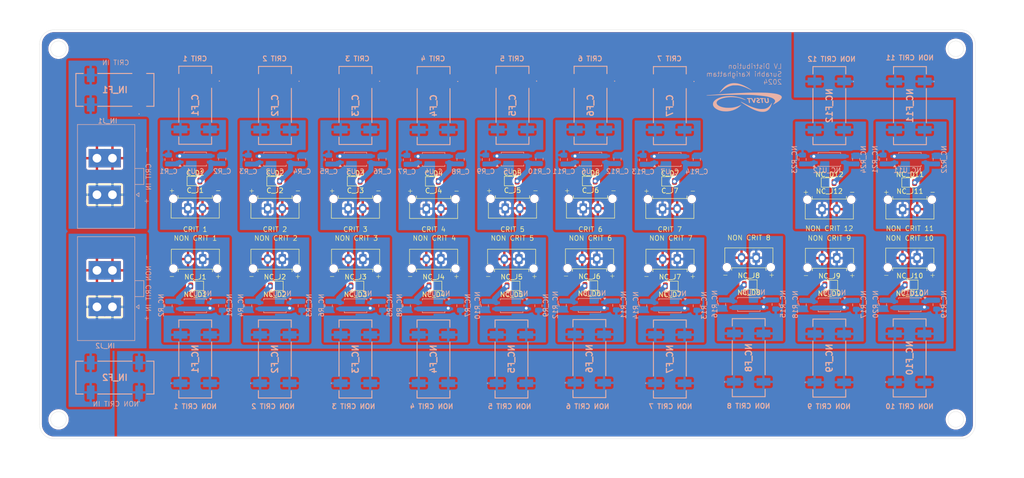
<source format=kicad_pcb>
(kicad_pcb (version 20240108) (generator "pcbnew") (generator_version "8.0")
  (layers (0 "F.Cu" signal) (31 "B.Cu" signal) (34 "B.Paste" user) (35 "F.Paste" user) (36 "B.SilkS" user "B.Silkscreen") (37 "F.SilkS" user "F.Silkscreen") (38 "B.Mask" user) (39 "F.Mask" user) (44 "Edge.Cuts" user))
  (net 0 "")
  (net 1 "GND")
  (net 2 "+12V_NON")
  (net 3 "+12V CRIT")
  (net 4 "Net-(C_D1-A)")
  (net 5 "Net-(C_D2-A)")
  (net 6 "Net-(C_D3-A)")
  (net 7 "Net-(C_D4-A)")
  (net 8 "Net-(C_D5-A)")
  (net 9 "Net-(C_D6-A)")
  (net 10 "Net-(C_D7-A)")
  (net 11 "Net-(C_J1-Pin_1)")
  (net 12 "Net-(C_J2-Pin_1)")
  (net 13 "Net-(C_J3-Pin_1)")
  (net 14 "Net-(C_J4-Pin_1)")
  (net 15 "Net-(C_J5-Pin_1)")
  (net 16 "Net-(C_J6-Pin_1)")
  (net 17 "Net-(C_J7-Pin_1)")
  (net 18 "Net-(C_R1-Pad2)")
  (net 19 "Net-(C_R3-Pad2)")
  (net 20 "Net-(C_R7-Pad2)")
  (net 21 "Net-(C_R5-Pad2)")
  (net 22 "Net-(C_R13-Pad2)")
  (net 23 "Net-(C_R9-Pad2)")
  (net 24 "Net-(C_R11-Pad2)")
  (net 25 "Net-(NC_D1-A)")
  (net 26 "Net-(NC_D2-A)")
  (net 27 "Net-(NC_D3-A)")
  (net 28 "Net-(NC_D4-A)")
  (net 29 "Net-(NC_D5-A)")
  (net 30 "Net-(NC_D6-A)")
  (net 31 "Net-(NC_D7-A)")
  (net 32 "Net-(NC_D8-A)")
  (net 33 "Net-(NC_D9-A)")
  (net 34 "Net-(NC_D10-A)")
  (net 35 "Net-(NC_D11-A)")
  (net 36 "Net-(NC_D12-A)")
  (net 37 "Net-(NC_J1-Pin_1)")
  (net 38 "Net-(NC_J2-Pin_1)")
  (net 39 "Net-(NC_J3-Pin_1)")
  (net 40 "Net-(NC_J4-Pin_1)")
  (net 41 "Net-(NC_J5-Pin_1)")
  (net 42 "Net-(NC_J6-Pin_1)")
  (net 43 "Net-(NC_J7-Pin_1)")
  (net 44 "Net-(NC_J8-Pin_1)")
  (net 45 "Net-(NC_J9-Pin_1)")
  (net 46 "Net-(NC_J10-Pin_1)")
  (net 47 "Net-(NC_J11-Pin_1)")
  (net 48 "Net-(NC_J12-Pin_1)")
  (net 49 "Net-(NC_R1-Pad2)")
  (net 50 "Net-(NC_R3-Pad2)")
  (net 51 "Net-(NC_R7-Pad2)")
  (net 52 "Net-(NC_R5-Pad2)")
  (net 53 "Net-(NC_R13-Pad2)")
  (net 54 "Net-(NC_R9-Pad2)")
  (net 55 "Net-(NC_R19-Pad2)")
  (net 56 "Net-(NC_R11-Pad2)")
  (net 57 "Net-(NC_R15-Pad2)")
  (net 58 "Net-(NC_R17-Pad2)")
  (net 59 "Net-(NC_R21-Pad2)")
  (net 60 "Net-(NC_R23-Pad2)")
  (net 61 "Net-(IN_J1-Pin_1)")
  (net 62 "Net-(IN_J2-Pin_1)")
  (footprint "LED_SMD:LED_0805_2012Metric" (layer "F.Cu") (at 173.111249 89.13375)
    (property "Reference" "C_D6")
    (property "Value" "20mA")
  )
  (footprint "LED_SMD:LED_0805_2012Metric" (layer "F.Cu") (at 172.88625 110.53375 180)
    (property "Reference" "NC_D6")
    (property "Value" "20mA")
  )
  (footprint "footprints:Molex_Micro-Fit_3.0_43650-0215_1x02_P3.00mm_Vertical" (layer "F.Cu") (at 187.856249 94.78375)
    (property "Reference" "C_J7")
    (property "Value" "CRIT OUT")
  )
  (footprint "LED_SMD:LED_0805_2012Metric" (layer "F.Cu") (at 140.916248 110.61875 180)
    (property "Reference" "NC_D4")
    (property "Value" "20mA")
  )
  (footprint "footprints:Molex_Micro-Fit_3.0_43650-0215_1x02_P3.00mm_Vertical" (layer "F.Cu") (at 126.416247 105.11875 180)
    (property "Reference" "NC_J3")
    (property "Value" "NON CRIT OUT")
  )
  (footprint "footprints:Molex_Micro-Fit_3.0_43650-0215_1x02_P3.00mm_Vertical" (layer "F.Cu") (at 190.886249 105.11875 180)
    (property "Reference" "NC_J7")
    (property "Value" "NON CRIT OUT")
  )
  (footprint "LED_SMD:LED_0805_2012Metric" (layer "F.Cu") (at 222.089999 110.43 180)
    (property "Reference" "NC_D9")
    (property "Value" "20mA")
  )
  (footprint "footprints:Molex_Micro-Fit_3.0_43650-0215_1x02_P3.00mm_Vertical" (layer "F.Cu") (at 158.416247 105.11875 180)
    (property "Reference" "NC_J5")
    (property "Value" "NON CRIT OUT")
  )
  (footprint "footprints:Molex_Micro-Fit_3.0_43650-0215_1x02_P3.00mm_Vertical" (layer "F.Cu") (at 155.591249 94.71875)
    (property "Reference" "C_J5")
    (property "Value" "CRIT OUT")
  )
  (footprint "LED_SMD:LED_0805_2012Metric" (layer "F.Cu") (at 124.916248 110.61875 180)
    (property "Reference" "NC_D3")
    (property "Value" "20mA")
  )
  (footprint "footprints:Molex_Micro-Fit_3.0_43650-0215_1x02_P3.00mm_Vertical" (layer "F.Cu") (at 240.059998 104.89 180)
    (property "Reference" "NC_J10")
    (property "Value" "NON CRIT OUT")
  )
  (footprint "LED_SMD:LED_0805_2012Metric" (layer "F.Cu") (at 205.560001 110.345 180)
    (property "Reference" "NC_D8")
    (property "Value" "20mA")
  )
  (footprint "footprints:Molex_Micro-Fit_3.0_43650-0215_1x02_P3.00mm_Vertical" (layer "F.Cu") (at 106.886249 94.74375)
    (property "Reference" "C_J2")
    (property "Value" "CRIT OUT")
  )
  (footprint "LED_SMD:LED_0805_2012Metric" (layer "F.Cu") (at 157.111249 89.13375)
    (property "Reference" "C_D5")
    (property "Value" "20mA")
  )
  (footprint "footprints:Molex_Micro-Fit_3.0_43650-0215_1x02_P3.00mm_Vertical" (layer "F.Cu") (at 142.416247 105.11875 180)
    (property "Reference" "NC_J4")
    (property "Value" "NON CRIT OUT")
  )
  (footprint "LED_SMD:LED_0805_2012Metric" (layer "F.Cu") (at 222.087737 89.43)
    (property "Reference" "NC_D12")
    (property "Value" "20mA")
  )
  (footprint "LED_SMD:LED_0805_2012Metric" (layer "F.Cu") (at 189.376249 89.19875)
    (property "Reference" "C_D7")
    (property "Value" "20mA")
  )
  (footprint "LED_SMD:LED_0805_2012Metric" (layer "F.Cu") (at 108.38625 110.61875 180)
    (property "Reference" "NC_D2")
    (property "Value" "20mA")
  )
  (footprint "footprints:Molex_Micro-Fit_3.0_43650-0215_1x02_P3.00mm_Vertical" (layer "F.Cu") (at 123.386249 94.74375)
    (property "Reference" "C_J3")
    (property "Value" "CRIT OUT")
  )
  (footprint "footprints:Molex_Micro-Fit_3.0_43650-0215_1x02_P3.00mm_Vertical" (layer "F.Cu") (at 174.386249 105.03375 180)
    (property "Reference" "NC_J6")
    (property "Value" "NON CRIT OUT")
  )
  (footprint "footprints:Molex_Micro-Fit_3.0_43650-0215_1x02_P3.00mm_Vertical" (layer "F.Cu") (at 109.88625 105.11875 180)
    (property "Reference" "NC_J2")
    (property "Value" "NON CRIT OUT")
  )
  (footprint "LED_SMD:LED_0805_2012Metric" (layer "F.Cu") (at 156.916248 110.61875 180)
    (property "Reference" "NC_D5")
    (property "Value" "20mA")
  )
  (footprint "footprints:Molex_Micro-Fit_3.0_43650-0215_1x02_P3.00mm_Vertical" (layer "F.Cu") (at 207.06 104.845 180)
    (property "Reference" "NC_J8")
    (property "Value" "NON CRIT OUT")
  )
  (footprint "LED_SMD:LED_0805_2012Metric" (layer "F.Cu") (at 124.906249 89.15875)
    (property "Reference" "C_D3")
    (property "Value" "20mA")
  )
  (footprint "footprints:Molex_Micro-Fit_3.0_43650-0215_1x02_P3.00mm_Vertical" (layer "F.Cu") (at 93.56 105.11875 180)
    (property "Reference" "NC_J1")
    (property "Value" "NON CRIT OUT")
  )
  (footprint "footprints:Molex_Micro-Fit_3.0_43650-0215_1x02_P3.00mm_Vertical" (layer "F.Cu") (at 220.56 94.89)
    (property "Reference" "NC_J12")
    (property "Value" "NON CRIT OUT")
  )
  (footprint "footprints:Molex_Micro-Fit_3.0_43650-0215_1x02_P3.00mm_Vertical" (layer "F.Cu") (at 139.416249 94.78375)
    (property "Reference" "C_J4")
    (property "Value" "CRIT OUT")
  )
  (footprint "LED_SMD:LED_0805_2012Metric" (layer "F.Cu") (at 92.06 110.61875 180)
    (property "Reference" "NC_D1")
    (property "Value" "20mA")
  )
  (footprint "LED_SMD:LED_0805_2012Metric" (layer "F.Cu") (at 108.406249 89.15875)
    (property "Reference" "C_D2")
    (property "Value" "20mA")
  )
  (footprint "LED_SMD:LED_0805_2012Metric" (layer "F.Cu") (at 140.936249 89.19875)
    (property "Reference" "C_D4")
    (property "Value" "20mA")
  )
  (footprint "LED_SMD:LED_0805_2012Metric" (layer "F.Cu") (at 92.05 89.11875)
    (property "Reference" "C_D1")
    (property "Value" "20mA")
  )
  (footprint "LED_SMD:LED_0805_2012Metric" (layer "F.Cu") (at 238.61 89.43)
    (property "Reference" "NC_D11")
    (property "Value" "20mA")
  )
  (footprint "footprints:Molex_Micro-Fit_3.0_43650-0215_1x02_P3.00mm_Vertical" (layer "F.Cu") (at 171.591249 94.71875)
    (property "Reference" "C_J6")
    (property "Value" "CRIT OUT")
  )
  (footprint "footprints:Molex_Micro-Fit_3.0_43650-0215_1x02_P3.00mm_Vertical" (layer "F.Cu") (at 237.082262 94.89)
    (property "Reference" "NC_J11")
    (property "Value" "NON CRIT OUT")
  )
  (footprint "LED_SMD:LED_0805_2012Metric" (layer "F.Cu") (at 238.559999 110.39 180)
    (property "Reference" "NC_D10")
    (property "Value" "20mA")
  )
  (footprint "footprints:Molex_Micro-Fit_3.0_43650-0215_1x02_P3.00mm_Vertical" (layer "F.Cu") (at 223.589998 104.93 180)
    (property "Reference" "NC_J9")
    (property "Value" "NON CRIT OUT")
  )
  (footprint "footprints:Molex_Micro-Fit_3.0_43650-0215_1x02_P3.00mm_Vertical" (layer "F.Cu") (at 90.53 94.70375)
    (property "Reference" "C_J1")
    (property "Value" "CRIT OUT")
  )
  (footprint "LED_SMD:LED_0805_2012Metric" (layer "F.Cu") (at 189.38625 110.61875 180)
    (property "Reference" "NC_D7")
    (property "Value" "20mA")
  )
  (footprint "Package_SO:SOP-4_4.4x2.6mm_P1.27mm" (layer "B.Cu") (at 92.06 114.70375 180)
    (property "Reference" "NC_U1")
    (property "Value" "EL3H7")
  )
  (footprint "Resistor_SMD:R_0805_2012Metric" (layer "B.Cu") (at 200.060001 114.43 90)
    (property "Reference" "NC_R16")
    (property "Value" "1k")
  )
  (footprint "footprints:3588" (layer "B.Cu") (at 205.530002 125.345 90)
    (property "Reference" "NC_F8")
    (property "Value" "10A" (hide yes))
  )
  (footprint "footprints:3588" (layer "B.Cu") (at 75.56 129.43 180)
    (property "Reference" "IN_F2")
    (property "Value" "30A" (hide yes))
  )
  (footprint "footprints:3588" (layer "B.Cu") (at 140.886249 125.61875 90)
    (property "Reference" "NC_F4")
    (property "Value" "10A" (hide yes))
  )
  (footprint "footprints:3588" (layer "B.Cu") (at 238.53 125.39 90)
    (property "Reference" "NC_F10")
    (property "Value" "10A" (hide yes))
  )
  (footprint "Resistor_SMD:R_0805_2012Metric" (layer "B.Cu") (at 167.621249 84.72125 -90)
    (property "Reference" "C_R11")
    (property "Value" "105")
  )
  (footprint "Resistor_SMD:R_0805_2012Metric" (layer "B.Cu") (at 244.09 84.69875 -90)
    (property "Reference" "NC_R22")
    (property "Value" "1k")
  )
  (footprint "footprints:3588" (layer "B.Cu") (at 156.886249 125.61875 90)
    (property "Reference" "NC_F5")
    (property "Value" "10A" (hide yes))
  )
  (footprint "Resistor_SMD:R_0805_2012Metric" (layer "B.Cu") (at 146.416248 114.70375 90)
    (property "Reference" "NC_R7")
    (property "Value" "105")
  )
  (footprint "Package_SO:SOP-4_4.4x2.6mm_P1.27mm" (layer "B.Cu") (at 222.089999 114.515 180)
    (property "Reference" "NC_U9")
    (property "Value" "EL3H7")
  )
  (footprint "Resistor_SMD:R_0805_2012Metric" (layer "B.Cu") (at 113.88625 114.70375 90)
    (property "Reference" "NC_R3")
    (property "Value" "105")
  )
  (footprint "UTSVT Connectors:UTSVTsmall" (layer "B.Cu") (at 204.6 72 180)
    (property "Reference" "G***" (hide yes))
    (property "Value" "LOGO" (hide yes))
  )
  (footprint "Resistor_SMD:R_0805_2012Metric" (layer "B.Cu") (at 178.621249 84.63375 -90)
    (property "Reference" "C_R12")
    (property "Value" "1k")
  )
  (footprint "footprints:3588" (layer "B.Cu") (at 222.067738 73.65875 -90)
    (property "Reference" "NC_F12")
    (property "Value" "10A" (hide yes))
  )
  (footprint "Resistor_SMD:R_0805_2012Metric" (layer "B.Cu") (at 151.621249 84.72125 -90)
    (property "Reference" "C_R9")
    (property "Value" "105")
  )
  (footprint "Resistor_SMD:R_0805_2012Metric" (layer "B.Cu") (at 194.88625 114.70375 90)
    (property "Reference" "NC_R13")
    (property "Value" "105")
  )
  (footprint "Resistor_SMD:R_0805_2012Metric" (layer "B.Cu") (at 135.446249 84.78625 -90)
    (property "Reference" "C_R7")
    (property "Value" "105")
  )
  (footprint "Package_SO:SOP-4_4.4x2.6mm_P1.27mm" (layer "B.Cu") (at 108.386249 84.65875)
    (property "Reference" "C_U2")
    (property "Value" "EL3H7")
  )
  (footprint "footprints:3588" (layer "B.Cu") (at 172.856251 125.53375 90)
    (property "Reference" "NC_F6")
    (property "Value" "10A" (hide yes))
  )
  (footprint "footprints:3588" (layer "B.Cu") (at 108.386249 73.61875 -90)
    (property "Reference" "C_F2")
    (property "Value" "10A" (hide yes))
  )
  (footprint "Package_SO:SOP-4_4.4x2.6mm_P1.27mm" (layer "B.Cu") (at 189.38625 114.70375 180)
    (property "Reference" "NC_U7")
    (property "Value" "EL3H7")
  )
  (footprint "Resistor_SMD:R_0805_2012Metric" (layer "B.Cu") (at 233.09 84.69875 -90)
    (property "Reference" "NC_R21")
    (property "Value" "105")
  )
  (footprint "Resistor_SMD:R_0805_2012Metric" (layer "B.Cu") (at 151.416248 114.70375 90)
    (property "Reference" "NC_R10")
    (property "Value" "1k")
  )
  (footprint "Package_SO:SOP-4_4.4x2.6mm_P1.27mm" (layer "B.Cu") (at 238.59 84.69875)
    (property "Reference" "NC_U11")
    (property "Value" "EL3H7")
  )
  (footprint "Resistor_SMD:R_0805_2012Metric" (layer "B.Cu") (at 183.88625 114.70375 90)
    (property "Reference" "NC_R14")
    (property "Value" "1k")
  )
  (footprint "Resistor_SMD:R_0805_2012Metric" (layer "B.Cu") (at 130.416249 84.65875 -90)
    (property "Reference" "C_R6")
    (property "Value" "1k")
  )
  (footprint "Resistor_SMD:R_0805_2012Metric" (layer "B.Cu") (at 119.416249 84.74625 -90)
    (property "Reference" "C_R5")
    (property "Value" "105")
  )
  (footprint "Resistor_SMD:R_0805_2012Metric" (layer "B.Cu") (at 86.56 84.70625 -90)
    (property "Reference" "C_R1")
    (property "Value" "105")
  )
  (footprint "Package_SO:SOP-4_4.4x2.6mm_P1.27mm" (layer "B.Cu") (at 222.067738 84.69875)
    (property "Reference" "NC_U12")
    (property "Value" "EL3H7")
  )
  (footprint "footprints:3588" (layer "B.Cu") (at 108.35625 125.61875 90)
    (property "Reference" "NC_F2")
    (property "Value" "10A" (hide yes))
  )
  (footprint "Resistor_SMD:R_0805_2012Metric" (layer "B.Cu") (at 211.060001 114.43 90)
    (property "Reference" "NC_R15")
    (property "Value" "105")
  )
  (footprint "Resistor_SMD:R_0805_2012Metric" (layer "B.Cu") (at 216.589999 114.515 90)
    (property "Reference" "NC_R18")
    (property "Value" "1k")
  )
  (footprint "Connector_Molex:Molex_Sabre_43160-0102_1x02_P7.49mm_Vertical" (layer "B.Cu") (at 71.88 114.93 90)
    (property "Reference" "IN_J2")
    (property "Value" "NON CRIT")
  )
  (footprint "Resistor_SMD:R_0805_2012Metric" (layer "B.Cu") (at 227.589999 114.515 90)
    (property "Reference" "NC_R17")
    (property "Value" "105")
  )
  (footprint "Resistor_SMD:R_0805_2012Metric" (layer "B.Cu") (at 194.886249 84.69875 -90)
    (property "Reference" "C_R14")
    (property "Value" "1k")
  )
  (footprint "footprints:3588" (layer "B.Cu") (at 189.356251 125.61875 90)
    (property "Reference" "NC_F7")
    (property "Value" "10A" (hide yes))
  )
  (footprint "Connector_Molex:Molex_Sabre_43160-0102_1x02_P7.49mm_Vertical" (layer "B.Cu") (at 71.88 91.93 90)
    (property "Reference" "IN_J1")
    (property "Value" "CRIT")
  )
  (footprint "Package_SO:SOP-4_4.4x2.6mm_P1.27mm" (layer "B.Cu") (at 140.916249 84.69875)
    (property "Reference" "C_U4")
    (property "Value" "EL3H7")
  )
  (footprint "Resistor_SMD:R_0805_2012Metric" (layer "B.Cu") (at 135.416248 114.70375 90)
    (property "Reference" "NC_R8")
    (property "Value" "1k")
  )
  (footprint "footprints:3588" (layer "B.Cu") (at 75.56 70.43 180)
    (property "Reference" "IN_F1")
    (property "Value" "30A" (hide yes))
  )
  (footprint "Resistor_SMD:R_0805_2012Metric" (layer "B.Cu") (at 146.446249 84.69875 -90)
    (property "Reference" "C_R8")
    (property "Value" "1k")
  )
  (footprint "Package_SO:SOP-4_4.4x2.6mm_P1.27mm" (layer "B.Cu") (at 156.916248 114.70375 180)
    (property "Reference" "NC_U5")
    (property "Value" "EL3H7")
  )
  (footprint "Resistor_SMD:R_0805_2012Metric" (layer "B.Cu") (at 244.059999 114.475 90)
    (property "Reference" "NC_R19")
    (property "Value" "105")
  )
  (footprint "Resistor_SMD:R_0805_2012Metric" (layer "B.Cu") (at 216.567738 84.698749 -90)
    (property "Reference" "NC_R23")
    (property "Value" "105")
  )
  (footprint "Resistor_SMD:R_0805_2012Metric" (layer "B.Cu") (at 178.38625 114.61875 90)
    (property "Reference" "NC_R11")
    (property "Value" "105")
  )
  (footprint "footprints:3588" (layer "B.Cu") (at 124.886249 125.61875 90)
    (property "Reference" "NC_F3")
    (property "Value" "10A" (hide yes))
  )
  (footprint "Package_SO:SOP-4_4.4x2.6mm_P1.27mm" (layer "B.Cu") (at 238.559999 114.475 180)
    (property "Reference" "NC_U10")
    (property "Value" "EL3H7")
  )
  (footprint "Resistor_SMD:R_0805_2012Metric" (layer "B.Cu") (at 130.416248 114.70375 90)
    (property "Reference" "NC_R5")
    (property "Value" "105")
  )
  (footprint "Package_SO:SOP-4_4.4x2.6mm_P1.27mm" (layer "B.Cu") (at 108.38625 114.70375 180)
    (property "Reference" "NC_U2")
    (property "Value" "EL3H7")
  )
  (footprint "footprints:3588" (layer "B.Cu") (at 222.06 125.43 90)
    (property "Reference" "NC_F9")
    (property "Value" "10A" (hide yes))
  )
  (footprint "Package_SO:SOP-4_4.4x2.6mm_P1.27mm" (layer "B.Cu") (at 124.886249 84.65875)
    (property "Reference" "C_U3")
    (property "Value" "EL3H7")
  )
  (footprint "Resistor_SMD:R_0805_2012Metric" (layer "B.Cu") (at 113.916249 84.65875 -90)
    (property "Reference" "C_R4")
    (property "Value" "1k")
  )
  (footprint "Resistor_SMD:R_0805_2012Metric" (layer "B.Cu") (at 102.916249 84.74625 -90)
    (property "Reference" "C_R3")
    (property "Value" "105")
  )
  (footprint "Package_SO:SOP-4_4.4x2.6mm_P1.27mm" (layer "B.Cu") (at 205.560001 114.43 180)
    (property "Reference" "NC_U8")
    (property "Value" "EL3H7")
  )
  (footprint "Resistor_SMD:R_0805_2012Metric" (layer "B.Cu") (at 119.416248 114.70375 90)
    (property "Reference" "NC_R6")
    (property "Value" "1k")
  )
  (footprint "Package_SO:SOP-4_4.4x2.6mm_P1.27mm" (layer "B.Cu") (at 189.356249 84.69875)
    (property "Reference" "C_U7")
    (property "Value" "EL3H7")
  )
  (footprint "Package_SO:SOP-4_4.4x2.6mm_P1.27mm" (layer "B.Cu") (at 124.916248 114.70375 180)
    (property "Reference" "NC_U3")
    (property "Value" "EL3H7")
  )
  (footprint "Resistor_SMD:R_0805_2012Metric" (layer "B.Cu") (at 227.567737 84.69875 -90)
    (property "Reference" "NC_R24")
    (property "Value" "1k")
  )
  (footprint "footprints:3588" (layer "B.Cu") (at 189.356249 73.65875 -90)
    (property "Reference" "C_F7")
    (property "Value" "10A" (hide yes))
  )
  (footprint "Resistor_SMD:R_0805_2012Metric" (layer "B.Cu") (at 97.56 84.61875 -90)
    (property "Reference" "C_R2")
    (property "Value" "1k")
  )
  (footprint "Resistor_SMD:R_0805_2012Metric" (layer "B.Cu") (at 162.416248 114.70375 90)
    (property "Reference" "NC_R9")
    (property "Value" "105")
  )
  (footprint "Package_SO:SOP-4_4.4x2.6mm_P1.27mm" (layer "B.Cu") (at 173.091249 84.63375)
    (property "Reference" "C_U6")
    (property "Value" "EL3H7")
  )
  (footprint "footprints:3588" (layer "B.Cu") (at 92.03 73.57875 -90)
    (property "Reference" "C_F1")
    (property "Value" "10A" (hide yes))
  )
  (footprint "Package_SO:SOP-4_4.4x2.6mm_P1.27mm" (layer "B.Cu") (at 157.091249 84.63375)
    (property "Reference" "C_U5")
    (property "Value" "EL3H7")
  )
  (footprint "Resistor_SMD:R_0805_2012Metric" (layer "B.Cu") (at 183.886249 84.78625 -90)
    (property "Reference" "C_R13")
    (property "Value" "105")
  )
  (footprint "footprints:3588" (layer "B.Cu") (at 157.091249 73.59375 -90)
    (property "Reference" "C_F5")
    (property "Value" "10A" (hide yes))
  )
  (footprint "footprints:3588" (layer "B.Cu") (at 140.916249 73.65875 -90)
    (property "Reference" "C_F4")
    (property "Value" "10A" (hide yes))
  )
  (footprint "Resistor_SMD:R_0805_2012Metric" (layer "B.Cu") (at 233.059999 114.475 90)
    (property "Reference" "NC_R20")
    (property "Value" "1k")
  )
  (footprint "footprints:3588" (layer "B.Cu") (at 92.03 125.61875 90)
    (property "Reference" "NC_F1")
    (property "Value" "10A" (hide yes))
  )
  (footprint "Resistor_SMD:R_0805_2012Metric" (layer "B.Cu") (at 86.56 114.70375 90)
    (property "Reference" "NC_R2")
    (property "Value" "1k")
  )
  (footprint "Resistor_SMD:R_0805_2012Metric" (layer "B.Cu") (at 102.88625 114.70375 90)
    (property "Reference" "NC_R4")
    (property "Value" "1k")
  )
  (footprint "Resistor_SMD:R_0805_2012Metric" (layer "B.Cu") (at 167.38625 114.61875 90)
    (property "Reference" "NC_R12")
    (property "Value" "1k")
  )
  (footprint "footprints:3588" (layer "B.Cu") (at 238.59 73.65875 -90)
    (property "Reference" "NC_F11")
    (property "Value" "10A" (hide yes))
  )
  (footprint "Resistor_SMD:R_0805_2012Metric" (layer "B.Cu") (at 162.621249 84.63375 -90)
    (property "Reference" "C_R10")
    (property "Value" "1k")
  )
  (footprint "footprints:3588" (layer "B.Cu") (at 173.091249 73.59375 -90)
    (property "Reference" "C_F6")
    (property "Value" "10A" (hide yes))
  )
  (footprint "Package_SO:SOP-4_4.4x2.6mm_P1.27mm" (layer "B.Cu") (at 92.03 84.61875)
    (property "Reference" "C_U1")
    (property "Value" "EL3H7")
  )
  (footprint "Package_SO:SOP-4_4.4x2.6mm_P1.27mm" (layer "B.Cu") (at 140.916248 114.70375 180)
    (property "Reference" "NC_U4")
    (property "Value" "EL3H7")
  )
  (footprint "Package_SO:SOP-4_4.4x2.6mm_P1.27mm" (layer "B.Cu") (at 172.88625 114.61875 180)
    (property "Reference" "NC_U6")
    (property "Value" "EL3H7")
  )
  (footprint "Resistor_SMD:R_0805_2012Metric" (layer "B.Cu") (at 97.56 114.70375 90)
    (property "Reference" "NC_R1")
    (property "Value" "105")
  )
  (footprint "footprints:3588" (layer "B.Cu") (at 124.886249 73.61875 -90)
    (property "Reference" "C_F3")
    (property "Value" "10A" (hide yes))
  )
  (gr_line (start 252 61.1) (end 252 139) (stroke (width 0.05)) (layer "Edge.Cuts"))
  (gr_circle (center 248 138) (end 248 136.4) (stroke (width 0.05)) (fill none) (layer "Edge.Cuts"))
  (gr_circle (center 64 138) (end 64 136.4) (stroke (width 0.05)) (fill none) (layer "Edge.Cuts"))
  (gr_arc (start 60.1 61.1) (mid 60.97868 58.97868) (end 63.1 58.1) (stroke (width 0.05)) (layer "Edge.Cuts"))
  (gr_circle (center 64 62) (end 64 60.4) (stroke (width 0.05)) (fill none) (layer "Edge.Cuts"))
  (gr_line (start 60.1 139) (end 60.1 61.1) (stroke (width 0.05)) (layer "Edge.Cuts"))
  (gr_arc (start 252 139) (mid 251.12132 141.12132) (end 249 142) (stroke (width 0.05)) (layer "Edge.Cuts"))
  (gr_arc (start 249 58.1) (mid 251.12132 58.97868) (end 252 61.1) (stroke (width 0.05)) (layer "Edge.Cuts"))
  (gr_line (start 249 142) (end 63.1 142) (stroke (width 0.05)) (layer "Edge.Cuts"))
  (gr_arc (start 63.1 142) (mid 60.97868 141.12132) (end 60.1 139) (stroke (width 0.05)) (layer "Edge.Cuts"))
  (gr_line (start 63.1 58.1) (end 249 58.1) (stroke (width 0.05)) (layer "Edge.Cuts"))
  (gr_circle (center 248 62) (end 248 60.4) (stroke (width 0.05)) (fill none) (layer "Edge.Cuts"))
  (gr_text "-" (at 81.56 83.43 -90) (layer "B.SilkS") (effects (font (size 1 1) (thickness 0.1)) (justify left bottom mirror)))
  (gr_text "CRIT 5" (at 159.61744 64.61875 0) (layer "B.SilkS") (effects (font (size 1 1) (thickness 0.2) (bold yes)) (justify left bottom mirror)))
  (gr_text "NON CRIT 6" (at 177.06 135.93 0) (layer "B.SilkS") (effects (font (size 1 1) (thickness 0.2) (bold yes)) (justify left bottom mirror)))
  (gr_text "CRIT IN" (at 83.06 85.43 90) (layer "B.SilkS") (effects (font (size 1 1) (thickness 0.125)) (justify left bottom mirror)))
  (gr_text "CRIT 1" (at 94.556191 64.61875 0) (layer "B.SilkS") (effects (font (size 1 1) (thickness 0.2) (bold yes)) (justify left bottom mirror)))
  (gr_text "NON CRIT IN" (at 83.06 106.383215 90) (layer "B.SilkS") (effects (font (size 1 1) (thickness 0.125)) (justify left bottom mirror)))
  (gr_text "NON CRIT 3" (at 129.06 135.93 0) (layer "B.SilkS") (effects (font (size 1 1) (thickness 0.2) (bold yes)) (justify left bottom mirror)))
  (gr_text "NON CRIT 11" (at 243.59 64.43 0) (layer "B.SilkS") (effects (font (size 1 1) (thickness 0.2) (bold yes)) (justify left bottom mirror)))
  (gr_text "LV Distribution\nSurabhi Karighattam\n2024" (at 212.4 69.4 0) (layer "B.SilkS") (effects (font (size 1 1) (thickness 0.1)) (justify left bottom mirror)))
  (gr_text "CRIT 7" (at 191.886249 64.61875 0) (layer "B.SilkS") (effects (font (size 1 1) (thickness 0.2) (bold yes)) (justify left bottom mirror)))
  (gr_text "CRIT 3" (at 127.886249 64.61875 0) (layer "B.SilkS") (effects (font (size 1 1) (thickness 0.2) (bold yes)) (justify left bottom mirror)))
  (gr_text "NON CRIT IN" (at 80.56 135.43 0) (layer "B.SilkS") (effects (font (size 1 1) (thickness 0.125)) (justify left bottom mirror)))
  (gr_text "CRIT 2" (at 110.91244 64.61875 0) (layer "B.SilkS") (effects (font (size 1 1) (thickness 0.2) (bold yes)) (justify left bottom mirror)))
  (gr_text "-" (at 81.56 105.43 -90) (layer "B.SilkS") (effects (font (size 1 1) (thickness 0.1)) (justify left bottom mirror)))
  (gr_text "NON CRIT 9" (at 226.56 135.93 0) (layer "B.SilkS") (effects (font (size 1 1) (thickness 0.2) (bold yes)) (justify left bottom mirror)))
  (gr_text "CRIT 6" (at 175.61744 64.61875 0) (layer "B.SilkS") (effects (font (size 1 1) (thickness 0.2) (bold yes)) (justify left bottom mirror)))
  (gr_text "+" (at 81.56 93.93 270) (layer "B.SilkS") (effects (font (size 1 1) (thickness 0.1)) (justify left bottom mirror)))
  (gr_text "NON CRIT 8" (at 210.06 135.845 0) (layer "B.SilkS") (effects (font (size 1 1) (thickness 0.2) (bold yes)) (justify left bottom mirror)))
  (gr_text "NON CRIT 10" (at 243.56 135.93 0) (layer "B.SilkS") (effects (font (size 1 1) (thickness 0.2) (bold yes)) (justify left bottom mirror)))
  (gr_text "CRIT IN" (at 78.56 65.43 0) (layer "B.SilkS") (effects (font (size 1 1) (thickness 0.125)) (justify left bottom mirror)))
  (gr_text "NON CRIT 2" (at 112.56 135.93 0) (layer "B.SilkS") (effects (font (size 1 1) (thickness 0.2) (bold yes)) (justify left bottom mirror)))
  (gr_text "NON CRIT 1" (at 96.56 135.93 0) (layer "B.SilkS") (effects (font (size 1 1) (thickness 0.2) (bold yes)) (justify left bottom mirror)))
  (gr_text "+" (at 81.56 117.93 270) (layer "B.SilkS") (effects (font (size 1 1) (thickness 0.1)) (justify left bottom mirror)))
  (gr_text "CRIT 4" (at 143.386249 64.61875 0) (layer "B.SilkS") (effects (font (size 1 1) (thickness 0.2) (bold yes)) (justify left bottom mirror)))
  (gr_text "NON CRIT 4" (at 145.06 135.93 0) (layer "B.SilkS") (effects (font (size 1 1) (thickness 0.2) (bold yes)) (justify left bottom mirror)))
  (gr_text "NON CRIT 7" (at 194.06 135.93 0) (layer "B.SilkS") (effects (font (size 1 1) (thickness 0.2) (bold yes)) (justify left bottom mirror)))
  (gr_text "NON CRIT 12" (at 227.56 64.69875 0) (layer "B.SilkS") (effects (font (size 1 1) (thickness 0.2) (bold yes)) (justify left bottom mirror)))
  (gr_text "NON CRIT 5" (at 161.06 135.93 0) (layer "B.SilkS") (effects (font (size 1 1) (thickness 0.2) (bold yes)) (justify left bottom mirror)))
  (gr_text "+" (at 135.446249 91.69875 0) (layer "F.SilkS") (effects (font (size 1 1) (thickness 0.1)) (justify left bottom)))
  (gr_text "-" (at 177.121249 91.63375 0) (layer "F.SilkS") (effects (font (size 1 1) (thickness 0.1)) (justify left bottom)))
  (gr_text "NON CRIT 3" (at 120.56 101.43 0) (layer "F.SilkS") (effects (font (size 1 1) (thickness 0.125)) (justify left bottom)))
  (gr_text "+" (at 128.916247 109.20375 0) (layer "F.SilkS") (effects (font (size 1 1) (thickness 0.1)) (justify left bottom)))
  (gr_text "NON CRIT 2" (at 104.06 101.43 0) (layer "F.SilkS") (effects (font (size 1 1) (thickness 0.125)) (justify left bottom)))
  (gr_text "-" (at 226.06 91.93 0) (layer "F.SilkS") (effects (font (size 1 1) (thickness 0.1)) (justify left bottom)))
  (gr_text "+" (at 176.88625 109.11875 0) (layer "F.SilkS") (effects (font (size 1 1) (thickness 0.1)) (justify left bottom)))
  (gr_text "+" (at 144.916248 109.20375 0) (layer "F.SilkS") (effects (font (size 1 1) (thickness 0.1)) (justify left bottom)))
  (gr_text "NON CRIT 1" (at 87.56 101.43 0) (layer "F.SilkS") (effects (font (size 1 1) (thickness 0.125)) (justify left bottom)))
  (gr_text "+" (at 167.621249 91.63375 0) (layer "F.SilkS") (effects (font (size 1 1) (thickness 0.1)) (justify left bottom)))
  (gr_text "-" (at 151.416247 109.20375 0) (layer "F.SilkS") (effects (font (size 1 1) (thickness 0.1)) (justify left bottom)))
  (gr_text "+" (at 209.56 108.93 0) (layer "F.SilkS") (effects (font (size 1 1) (thickness 0.1)) (justify left bottom)))
  (gr_text "+" (at 119.416249 91.65875 0) (layer "F.SilkS") (effects (font (size 1 1) (thickness 0.1)) (justify left bottom)))
  (gr_text "+" (at 233.06 91.93 0) (layer "F.SilkS") (effects (font (size 1 1) (thickness 0.1)) (justify left bottom)))
  (gr_text "-" (at 112.416249 91.65875 0) (layer "F.SilkS") (effects (font (size 1 1) (thickness 0.1)) (justify left bottom)))
  (gr_text "NON CRIT 7" (at 185.06 101.43 0) (layer "F.SilkS") (effects (font (size 1 1) (thickness 0.125)) (justify left bottom)))
  (gr_text "-" (at 119.416248 109.20375 0) (layer "F.SilkS") (effects (font (size 1 1) (thickness 0.1)) (justify left bottom)))
  (gr_text "+" (at 183.886249 91.69875 0) (layer "F.SilkS") (effects (font (size 1 1) (thickness 0.1)) (justify left bottom)))
  (gr_text "-" (at 86.56 109.20375 0) (layer "F.SilkS") (effects (font (size 1 1) (thickness 0.1)) (justify left bottom)))
  (gr_text "-" (at 167.386249 109.11875 0) (layer "F.SilkS") (effects (font (size 1 1) (thickness 0.1)) (justify left bottom)))
  (gr_text "-" (at 128.916249 91.65875 0) (layer "F.SilkS") (effects (font (size 1 1) (thickness 0.1)) (justify left bottom)))
  (gr_text "+" (at 216.56 91.93 0) (layer "F.SilkS") (effects (font (size 1 1) (thickness 0.1)) (justify left bottom)))
  (gr_text "+" (at 96.06 109.20375 0) (layer "F.SilkS") (effects (font (size 1 1) (thickness 0.1)) (justify left bottom)))
  (gr_text "-" (at 242.56 91.93 0) (layer "F.SilkS") (effects (font (size 1 1) (thickness 0.1)) (justify left bottom)))
  (gr_text "-" (at 96.06 91.61875 0) (layer "F.SilkS") (effects (font (size 1 1) (thickness 0.1)) (justify left bottom)))
  (gr_text "NON CRIT 12" (at 217.067738 99.43 0) (layer "F.SilkS") (effects (font (size 1 1) (thickness 0.125)) (justify left bottom)))
  (gr_text "-" (at 200.06 108.93 0) (layer "F.SilkS") (effects (font (size 1 1) (thickness 0.1)) (justify left bottom)))
  (gr_text "NON CRIT 10" (at 233.56 101.43 0) (layer "F.SilkS") (effects (font (size 1 1) (thickness 0.125)) (justify left bottom)))
  (gr_text "+" (at 242.559998 108.975 0) (layer "F.SilkS") (effects (font (size 1 1) (thickness 0.1)) (justify left bottom)))
  (gr_text "NON CRIT 11" (at 233.59 99.43 0) (layer "F.SilkS") (effects (font (size 1 1) (thickness 0.125)) (justify left bottom)))
  (gr_text "CRIT 5" (at 154.527559 99.61875 0) (layer "F.SilkS") (effects (font (size 1 1) (thickness 0.125)) (justify left bottom)))
  (gr_text "NON CRIT 5" (at 152.56 101.43 0) (layer "F.SilkS") (effects (font (size 1 1) (thickness 0.125)) (justify left bottom)))
  (gr_text "NON CRIT 8" (at 201.06 101.345 0) (layer "F.SilkS") (effects (font (size 1 1) (thickness 0.125)) (justify left bottom)))
  (gr_text "+" (at 102.916249 91.65875 0) (layer "F.SilkS") (effects (font (size 1 1) (thickness 0.1)) (justify left bottom)))
  (gr_text "-" (at 161.121249 91.63375 0) (layer "F.SilkS") (effects (font (size 1 1) (thickness 0.1)) (justify left bottom)))
  (gr_text "CRIT 6" (at 170.527559 99.61875 0) (layer "F.SilkS") (effects (font (size 1 1) (thickness 0.125)) (justify left bottom)))
  (gr_text "-" (at 135.416248 109.20375 0) (layer "F.SilkS") (effects (font (size 1 1) (thickness 0.1)) (justify left bottom)))
  (gr_text "-" (at 102.886249 109.20375 0) (layer "F.SilkS") (effects (font (size 1 1) (thickness 0.1)) (justify left bottom)))
  (gr_text "+" (at 226.089998 109.015 0) (layer "F.SilkS") (effects (font (size 1 1) (thickness 0.1)) (justify left bottom)))
  (gr_text "NON CRIT 6" (at 168.56 101.43 0) (layer "F.SilkS") (effects (font (size 1 1) (thickness 0.125)) (justify left bottom)))
  (gr_text "-" (at 144.946249 91.69875 0) (layer "F.SilkS") (effects (font (size 1 1) (thickness 0.1)) (justify left bottom)))
  (gr_text "CRIT 1" (at 89.46631 99.61875 0) (layer "F.SilkS") (effects (font (size 1 1) (thickness 0.125)) (justify left bottom)))
  (gr_text "-" (at 216.589999 109.015 0) (layer "F.SilkS") (effects (font (size 1 1) (thickness 0.1)) (justify left bottom)))
  (gr_text "CRIT 7" (at 186.792559 99.61875 0) (layer "F.SilkS") (effects (font (size 1 1) (thickness 0.125)) (justify left bottom)))
  (gr_text "+" (at 112.386249 109.20375 0) (layer "F.SilkS") (effects (font (size 1 1) (thickness 0.1)) (justify left bottom)))
  (gr_text "+" (at 86.56 91.61875 0) (layer "F.SilkS") (effects (font (size 1 1) (thickness 0.1)) (justify left bottom)))
  (gr_text "-" (at 183.886249 109.20375 0) (layer "F.SilkS") (effects (font (size 1 1) (thickness 0.1)) (justify left bottom)))
  (gr_text "-" (at 233.059998 108.975 0) (layer "F.SilkS") (effects (font (size 1 1) (thickness 0.1)) (justify left bottom)))
  (gr_text "-" (at 193.386249 91.69875 0) (layer "F.SilkS") (effects (font (size 1 1) (thickness 0.1)) (justify left bottom)))
  (gr_text "CRIT 4" (at 138.352559 99.61875 0) (layer "F.SilkS") (effects (font (size 1 1) (thickness 0.125)) (justify left bottom)))
  (gr_text "+" (at 193.386249 109.20375 0) (layer "F.SilkS") (effects (font (size 1 1) (thickness 0.1)) (justify left bottom)))
  (gr_text "CRIT 2" (at 105.822559 99.61875 0) (layer "F.SilkS") (effects (font (size 1 1) (thickness 0.125)) (justify left bottom)))
  (gr_text "+" (at 151.621249 91.63375 0) (layer "F.SilkS") (effects (font (size 1 1) (thickness 0.1)) (justify left bottom)))
  (gr_text "NON CRIT 9" (at 217.56 101.43 0) (layer "F.SilkS") (effects (font (size 1 1) (thickness 0.125)) (justify left bottom)))
  (gr_text "NON CRIT 4" (at 136.56 101.43 0) (layer "F.SilkS") (effects (font (size 1 1) (thickness 0.125)) (justify left bottom)))
  (gr_text "+" (at 160.916247 109.20375 0) (layer "F.SilkS") (effects (font (size 1 1) (thickness 0.1)) (justify left bottom)))
  (gr_text "CRIT 3" (at 122.322559 99.61875 0) (layer "F.SilkS") (effects (font (size 1 1) (thickness 0.125)) (justify left bottom)))
  (via (at 105.198749 84.02375) (size 0.8) (drill 0.6) (layers "F.Cu" "B.Cu") (net 1))
  (via (at 95.06 115.20375) (size 0.8) (drill 0.6) (layers "F.Cu" "B.Cu") (net 1))
  (via (at 127.916247 115.20375) (size 0.8) (drill 0.6) (layers "F.Cu" "B.Cu") (net 1))
  (via (at 137.728749 84.06375) (size 0.8) (drill 0.6) (layers "F.Cu" "B.Cu") (net 1))
  (via (at 241.559998 114.975) (size 0.8) (drill 0.6) (layers "F.Cu" "B.Cu") (net 1))
  (via (at 225.089998 115.015) (size 0.8) (drill 0.6) (layers "F.Cu" "B.Cu") (net 1))
  (via (at 218.880238 84.06375) (size 0.8) (drill 0.6) (layers "F.Cu" "B.Cu") (net 1))
  (via (at 235.4025 84.06375) (size 0.8) (drill 0.6) (layers "F.Cu" "B.Cu") (net 1))
  (via (at 153.903749 83.99875) (size 0.8) (drill 0.6) (layers "F.Cu" "B.Cu") (net 1))
  (via (at 169.903749 83.99875) (size 0.8) (drill 0.6) (layers "F.Cu" "B.Cu") (net 1))
  (via (at 143.916247 115.20375) (size 0.8) (drill 0.6) (layers "F.Cu" "B.Cu") (net 1))
  (via (at 88.8425 83.98375) (size 0.8) (drill 0.6) (layers "F.Cu" "B.Cu") (net 1))
  (via (at 111.38625 115.20375) (size 0.8) (drill 0.6) (layers "F.Cu" "B.Cu") (net 1))
  (via (at 159.916247 115.20375) (size 0.8) (drill 0.6) (layers "F.Cu" "B.Cu") (net 1))
  (via (at 192.386249 115.20375) (size 0.8) (drill 0.6) (layers "F.Cu" "B.Cu") (net 1))
  (via (at 175.886249 115.11875) (size 0.8) (drill 0.6) (layers "F.Cu" "B.Cu") (net 1))
  (via (at 208.56 114.93) (size 0.8) (drill 0.6) (layers "F.Cu" "B.Cu") (net 1))
  (via (at 186.168749 84.06375) (size 0.8) (drill 0.6) (layers "F.Cu" "B.Cu") (net 1))
  (via (at 121.698749 84.02375) (size 0.8) (drill 0.6) (layers "F.Cu" "B.Cu") (net 1))
  (segment (start 128.103748 115.33875) (end 121.728748 115.33875) (width 1) (layer "B.Cu") (net 1))
  (segment (start 192.543749 84.06375) (end 186.168749 84.06375) (width 1) (layer "B.Cu") (net 1))
  (segment (start 144.103747 115.33875) (end 137.728747 115.33875) (width 1) (layer "B.Cu") (net 1))
  (segment (start 192.573749 115.33875) (end 186.198749 115.33875) (width 1) (layer "B.Cu") (net 1))
  (segment (start 95.2475 115.33875) (end 88.8725 115.33875) (width 1) (layer "B.Cu") (net 1))
  (segment (start 208.7475 115.065) (end 202.3725 115.065) (width 1) (layer "B.Cu") (net 1))
  (segment (start 160.103748 115.33875) (end 153.728748 115.33875) (width 1) (layer "B.Cu") (net 1))
  (segment (start 225.277498 115.15) (end 218.902498 115.15) (width 1) (layer "B.Cu") (net 1))
  (segment (start 128.073749 84.02375) (end 121.698749 84.02375) (width 1) (layer "B.Cu") (net 1))
  (segment (start 160.278749 83.99875) (end 153.903749 83.99875) (width 1) (layer "B.Cu") (net 1))
  (segment (start 144.103748 115.33875) (end 137.728748 115.33875) (width 1) (layer "B.Cu") (net 1))
  (segment (start 208.747501 115.065) (end 202.372501 115.065) (width 1) (layer "B.Cu") (net 1))
  (segment (start 144.103749 84.06375) (end 137.728749 84.06375) (width 1) (layer "B.Cu") (net 1))
  (segment (start 176.07375 115.25375) (end 169.69875 115.25375) (width 1) (layer "B.Cu") (net 1))
  (segment (start 241.747498 115.11) (end 235.372498 115.11) (width 1) (layer "B.Cu") (net 1))
  (segment (start 225.255238 84.06375) (end 218.880238 84.06375) (width 1) (layer "B.Cu") (net 1))
  (segment (start 192.57375 115.33875) (end 186.19875 115.33875) (width 1) (layer "B.Cu") (net 1))
  (segment (start 225.277499 115.15) (end 218.902499 115.15) (width 1) (layer "B.Cu") (net 1))
  (segment (start 111.573749 115.33875) (end 105.198749 115.33875) (width 1) (layer "B.Cu") (net 1))
  (segment (start 176.278749 83.99875) (end 169.903749 83.99875) (width 1) (layer "B.Cu") (net 1))
  (segment (start 241.7775 84.06375) (end 235.4025 84.06375) (width 1) (layer "B.Cu") (net 1))
  (segment (start 111.57375 115.33875) (end 105.19875 115.33875) (width 1) (layer "B.Cu") (net 1))
  (segment (start 128.103747 115.33875) (end 121.728747 115.33875) (width 1) (layer "B.Cu") (net 1))
  (segment (start 241.747499 115.11) (end 235.372499 115.11) (width 1) (layer "B.Cu") (net 1))
  (segment (start 160.103747 115.33875) (end 153.728747 115.33875) (width 1) (layer "B.Cu") (net 1))
  (segment (start 95.2175 83.98375) (end 88.8425 83.98375) (width 1) (layer "B.Cu") (net 1))
  (segment (start 176.073749 115.25375) (end 169.698749 115.25375) (width 1) (layer "B.Cu") (net 1))
  (segment (start 111.573749 84.02375) (end 105.198749 84.02375) (width 1) (layer "B.Cu") (net 1))
  (segment (start 202.030001 129.96) (end 202.060001 129.93) (width 1) (layer "B.Cu") (net 2))
  (segment (start 104.856249 130.23375) (end 104.886249 130.20375) (width 1) (layer "B.Cu") (net 2))
  (segment (start 235.029999 130.005) (end 235.059999 129.975) (width 1) (layer "B.Cu") (net 2))
  (segment (start 169.356249 130.49375) (end 169.356249 130.14875) (width 1) (layer "B.Cu") (net 2))
  (segment (start 153.386248 130.23375) (end 153.416248 130.20375) (width 1) (layer "B.Cu") (net 2))
  (segment (start 185.85625 130.57875) (end 185.85625 130.23375) (width 1) (layer "B.Cu") (net 2))
  (segment (start 185.856249 130.57875) (end 185.856249 130.23375) (width 1) (layer "B.Cu") (net 2))
  (segment (start 104.85625 130.23375) (end 104.88625 130.20375) (width 1) (layer "B.Cu") (net 2))
  (segment (start 121.386248 130.23375) (end 121.416248 130.20375) (width 1) (layer "B.Cu") (net 2))
  (segment (start 137.386248 130.57875) (end 137.386248 130.23375) (width 1) (layer "B.Cu") (net 2))
  (segment (start 169.356249 130.14875) (end 169.386249 130.11875) (width 1) (layer "B.Cu") (net 2))
  (segment (start 218.559998 130.045) (end 218.589998 130.015) (width 1) (layer "B.Cu") (net 2))
  (segment (start 235.029998 130.005) (end 235.059998 129.975) (width 1) (layer "B.Cu") (net 2))
  (segment (start 235.029999 130.35) (end 235.029999 130.005) (width 1) (layer "B.Cu") (net 2))
  (segment (start 153.386247 130.57875) (end 153.386247 130.23375) (width 1) (layer "B.Cu") (net 2))
  (segment (start 153.386248 130.57875) (end 153.386248 130.23375) (width 1) (layer "B.Cu") (net 2))
  (segment (start 137.386247 130.57875) (end 137.386247 130.23375) (width 1) (layer "B.Cu") (net 2))
  (segment (start 169.35625 130.14875) (end 169.38625 130.11875) (width 1) (layer "B.Cu") (net 2))
  (segment (start 104.85625 130.57875) (end 104.85625 130.23375) (width 1) (layer "B.Cu") (net 2))
  (segment (start 218.559999 130.39) (end 218.559999 130.045) (width 1) (layer "B.Cu") (net 2))
  (segment (start 137.386248 130.23375) (end 137.416248 130.20375) (width 1) (layer "B.Cu") (net 2))
  (segment (start 153.386247 130.23375) (end 153.416247 130.20375) (width 1) (layer "B.Cu") (net 2))
  (segment (start 235.029998 130.35) (end 235.029998 130.005) (width 1) (layer "B.Cu") (net 2))
  (segment (start 185.85625 130.23375) (end 185.88625 130.20375) (width 1) (layer "B.Cu") (net 2))
  (segment (start 202.030001 130.305) (end 202.030001 129.96) (width 1) (layer "B.Cu") (net 2))
  (segment (start 218.559999 130.045) (end 218.589999 130.015) (width 1) (layer "B.Cu") (net 2))
  (segment (start 185.856249 130.23375) (end 185.886249 130.20375) (width 1) (layer "B.Cu") (net 2))
  (segment (start 88.53 130.23375) (end 88.56 130.20375) (width 1) (layer "B.Cu") (net 2))
  (segment (start 169.35625 130.49375) (end 169.35625 130.14875) (width 1) (layer "B.Cu") (net 2))
  (segment (start 104.856249 130.57875) (end 104.856249 130.23375) (width 1) (layer "B.Cu") (net 2))
  (segment (start 88.53 130.57875) (end 88.53 130.23375) (width 1) (layer "B.Cu") (net 2))
  (segment (start 137.386247 130.23375) (end 137.416247 130.20375) (width 1) (layer "B.Cu") (net 2))
  (segment (start 121.386247 130.57875) (end 121.386247 130.23375) (width 1) (layer "B.Cu") (net 2))
  (segment (start 218.559998 130.39) (end 218.559998 130.045) (width 1) (layer "B.Cu") (net 2))
  (segment (start 121.386248 130.57875) (end 121.386248 130.23375) (width 1) (layer "B.Cu") (net 2))
  (segment (start 202.03 129.96) (end 202.06 129.93) (width 1) (layer "B.Cu") (net 2))
  (segment (start 202.03 130.305) (end 202.03 129.96) (width 1) (layer "B.Cu") (net 2))
  (segment (start 121.386247 130.23375) (end 121.416247 130.20375) (width 1) (layer "B.Cu") (net 2))
  (via (at 92.9875 89.11875) (size 0.8) (drill 0.6) (layers "F.Cu" "B.Cu") (net 4))
  (segment (start 95.2175 86.88875) (end 92.9875 89.11875) (width 1) (layer "B.Cu") (net 4))
  (segment (start 95.2175 85.25375) (end 95.2175 86.88875) (width 1) (layer "B.Cu") (net 4))
  (segment (start 97.56 85.53125) (end 95.495 85.53125) (width 1) (layer "B.Cu") (net 4))
  (segment (start 95.495 85.53125) (end 95.2175 85.25375) (width 1) (layer "B.Cu") (net 4))
  (via (at 109.343749 89.15875) (size 0.8) (drill 0.6) (layers "F.Cu" "B.Cu") (net 5))
  (segment (start 113.916249 85.57125) (end 111.851249 85.57125) (width 1) (layer "B.Cu") (net 5))
  (segment (start 111.851249 85.57125) (end 111.573749 85.29375) (width 1) (layer "B.Cu") (net 5))
  (segment (start 111.573749 85.29375) (end 111.573749 86.92875) (width 1) (layer "B.Cu") (net 5))
  (segment (start 111.573749 86.92875) (end 109.343749 89.15875) (width 1) (layer "B.Cu") (net 5))
  (via (at 125.843749 89.15875) (size 0.8) (drill 0.6) (layers "F.Cu" "B.Cu") (net 6))
  (segment (start 128.351249 85.57125) (end 128.073749 85.29375) (width 1) (layer "B.Cu") (net 6))
  (segment (start 128.073749 86.92875) (end 125.843749 89.15875) (width 1) (layer "B.Cu") (net 6))
  (segment (start 128.073749 85.29375) (end 128.073749 86.92875) (width 1) (layer "B.Cu") (net 6))
  (segment (start 130.416249 85.57125) (end 128.351249 85.57125) (width 1) (layer "B.Cu") (net 6))
  (via (at 141.873749 89.19875) (size 0.8) (drill 0.6) (layers "F.Cu" "B.Cu") (net 7))
  (segment (start 146.446249 85.61125) (end 144.381249 85.61125) (width 1) (layer "B.Cu") (net 7))
  (segment (start 144.103749 86.96875) (end 141.873749 89.19875) (width 1) (layer "B.Cu") (net 7))
  (segment (start 144.103749 85.33375) (end 144.103749 86.96875) (width 1) (layer "B.Cu") (net 7))
  (segment (start 144.381249 85.61125) (end 144.103749 85.33375) (width 1) (layer "B.Cu") (net 7))
  (via (at 158.048749 89.13375) (size 0.8) (drill 0.6) (layers "F.Cu" "B.Cu") (net 8))
  (segment (start 162.621249 85.54625) (end 160.556249 85.54625) (width 1) (layer "B.Cu") (net 8))
  (segment (start 160.278749 86.90375) (end 158.048749 89.13375) (width 1) (layer "B.Cu") (net 8))
  (segment (start 160.278749 85.26875) (end 160.278749 86.90375) (width 1) (layer "B.Cu") (net 8))
  (segment (start 160.556249 85.54625) (end 160.278749 85.26875) (width 1) (layer "B.Cu") (net 8))
  (via (at 174.048749 89.13375) (size 0.8) (drill 0.6) (layers "F.Cu" "B.Cu") (net 9))
  (segment (start 176.278749 85.26875) (end 176.278749 86.90375) (width 1) (layer "B.Cu") (net 9))
  (segment (start 178.621249 85.54625) (end 176.556249 85.54625) (width 1) (layer "B.Cu") (net 9))
  (segment (start 176.278749 86.90375) (end 174.048749 89.13375) (width 1) (layer "B.Cu") (net 9))
  (segment (start 176.556249 85.54625) (end 176.278749 85.26875) (width 1) (layer "B.Cu") (net 9))
  (via (at 190.313749 89.19875) (size 0.8) (drill 0.6) (layers "F.Cu" "B.Cu") (net 10))
  (segment (start 192.543749 86.96875) (end 190.313749 89.19875) (width 1) (layer "B.Cu") (net 10))
  (segment (start 194.886249 85.61125) (end 192.821249 85.61125) (width 1) (layer "B.Cu") (net 10))
  (segment (start 192.821249 85.61125) (end 192.543749 85.33375) (width 1) (layer "B.Cu") (net 10))
  (segment (start 192.543749 85.33375) (end 192.543749 86.96875) (width 1) (layer "B.Cu") (net 10))
  (segment (start 88.4775 85.61875) (end 88.8425 85.25375) (width 1) (layer "B.Cu") (net 18))
  (segment (start 86.56 85.61875) (end 88.4775 85.61875) (width 1) (layer "B.Cu") (net 18))
  (segment (start 104.833749 85.65875) (end 105.198749 85.29375) (width 1) (layer "B.Cu") (net 19))
  (segment (start 102.916249 85.65875) (end 104.833749 85.65875) (width 1) (layer "B.Cu") (net 19))
  (segment (start 135.446249 85.69875) (end 137.363749 85.69875) (width 1) (layer "B.Cu") (net 20))
  (segment (start 137.363749 85.69875) (end 137.728749 85.33375) (width 1) (layer "B.Cu") (net 20))
  (segment (start 119.416249 85.65875) (end 121.333749 85.65875) (width 1) (layer "B.Cu") (net 21))
  (segment (start 121.333749 85.65875) (end 121.698749 85.29375) (width 1) (layer "B.Cu") (net 21))
  (segment (start 185.803749 85.69875) (end 186.168749 85.33375) (width 1) (layer "B.Cu") (net 22))
  (segment (start 183.886249 85.69875) (end 185.803749 85.69875) (width 1) (layer "B.Cu") (net 22))
  (segment (start 153.538749 85.63375) (end 153.903749 85.26875) (width 1) (layer "B.Cu") (net 23))
  (segment (start 151.621249 85.63375) (end 153.538749 85.63375) (width 1) (layer "B.Cu") (net 23))
  (segment (start 169.538749 85.63375) (end 169.903749 85.26875) (width 1) (layer "B.Cu") (net 24))
  (segment (start 167.621249 85.63375) (end 169.538749 85.63375) (width 1) (layer "B.Cu") (net 24))
  (via (at 91.06 110.70375) (size 0.8) (drill 0.6) (layers "F.Cu" "B.Cu") (net 25))
  (segment (start 91.06 110.70375) (end 88.595 113.16875) (width 1) (layer "B.Cu") (net 25))
  (segment (start 86.56 113.79125) (end 88.595 113.79125) (width 1) (layer "B.Cu") (net 25))
  (segment (start 88.595 113.16875) (end 88.595 113.79125) (width 1) (layer "B.Cu") (net 25))
  (segment (start 88.595 113.79125) (end 88.8725 114.06875) (width 1) (layer "B.Cu") (net 25))
  (via (at 107.38625 110.70375) (size 0.8) (drill 0.6) (layers "F.Cu" "B.Cu") (net 26))
  (segment (start 104.921249 113.16875) (end 104.921249 113.79125) (width 1) (layer "B.Cu") (net 26))
  (segment (start 107.386249 110.70375) (end 104.921249 113.16875) (width 1) (layer "B.Cu") (net 26))
  (segment (start 107.38625 110.70375) (end 104.92125 113.16875) (width 1) (layer "B.Cu") (net 26))
  (segment (start 104.92125 113.79125) (end 105.19875 114.06875) (width 1) (layer "B.Cu") (net 26))
  (segment (start 102.88625 113.79125) (end 104.92125 113.79125) (width 1) (layer "B.Cu") (net 26))
  (segment (start 104.921249 113.79125) (end 105.198749 114.06875) (width 1) (layer "B.Cu") (net 26))
  (segment (start 102.886249 113.79125) (end 104.921249 113.79125) (width 1) (layer "B.Cu") (net 26))
  (segment (start 104.92125 113.16875) (end 104.92125 113.79125) (width 1) (layer "B.Cu") (net 26))
  (via (at 123.916247 110.70375) (size 0.8) (drill 0.6) (layers "F.Cu" "B.Cu") (net 27))
  (segment (start 123.916248 110.70375) (end 121.451248 113.16875) (width 1) (layer "B.Cu") (net 27))
  (segment (start 123.916247 110.70375) (end 121.451247 113.16875) (width 1) (layer "B.Cu") (net 27))
  (segment (start 119.416247 113.79125) (end 121.451247 113.79125) (width 1) (layer "B.Cu") (net 27))
  (segment (start 119.416248 113.79125) (end 121.451248 113.79125) (width 1) (layer "B.Cu") (net 27))
  (segment (start 121.451248 113.16875) (end 121.451248 113.79125) (width 1) (layer "B.Cu") (net 27))
  (segment (start 121.451247 113.16875) (end 121.451247 113.79125) (width 1) (layer "B.Cu") (net 27))
  (segment (start 121.451247 113.79125) (end 121.728747 114.06875) (width 1) (layer "B.Cu") (net 27))
  (segment (start 121.451248 113.79125) (end 121.728748 114.06875) (width 1) (layer "B.Cu") (net 27))
  (via (at 139.916247 110.70375) (size 0.8) (drill 0.6) (layers "F.Cu" "B.Cu") (net 28))
  (segment (start 137.451247 113.79125) (end 137.728747 114.06875) (width 1) (layer "B.Cu") (net 28))
  (segment (start 135.416248 113.79125) (end 137.451248 113.79125) (width 1) (layer "B.Cu") (net 28))
  (segment (start 137.451248 113.16875) (end 137.451248 113.79125) (width 1) (layer "B.Cu") (net 28))
  (segment (start 137.451247 113.16875) (end 137.451247 113.79125) (width 1) (layer "B.Cu") (net 28))
  (segment (start 137.451248 113.79125) (end 137.728748 114.06875) (width 1) (layer "B.Cu") (net 28))
  (segment (start 139.916248 110.70375) (end 137.451248 113.16875) (width 1) (layer "B.Cu") (net 28))
  (segment (start 135.416247 113.79125) (end 137.451247 113.79125) (width 1) (layer "B.Cu") (net 28))
  (segment (start 139.916247 110.70375) (end 137.451247 113.16875) (width 1) (layer "B.Cu") (net 28))
  (via (at 155.916247 110.70375) (size 0.8) (drill 0.6) (layers "F.Cu" "B.Cu") (net 29))
  (segment (start 155.916247 110.70375) (end 153.451247 113.16875) (width 1) (layer "B.Cu") (net 29))
  (segment (start 151.416248 113.79125) (end 153.451248 113.79125) (width 1) (layer "B.Cu") (net 29))
  (segment (start 151.416247 113.79125) (end 153.451247 113.79125) (width 1) (layer "B.Cu") (net 29))
  (segment (start 155.916248 110.70375) (end 153.451248 113.16875) (width 1) (layer "B.Cu") (net 29))
  (segment (start 153.451247 113.79125) (end 153.728747 114.06875) (width 1) (layer "B.Cu") (net 29))
  (segment (start 153.451248 113.79125) (end 153.728748 114.06875) (width 1) (layer "B.Cu") (net 29))
  (segment (start 153.451248 113.16875) (end 153.451248 113.79125) (width 1) (layer "B.Cu") (net 29))
  (segment (start 153.451247 113.16875) (end 153.451247 113.79125) (width 1) (layer "B.Cu") (net 29))
  (via (at 171.886249 110.61875) (size 0.8) (drill 0.6) (layers "F.Cu" "B.Cu") (net 30))
  (segment (start 169.421249 113.08375) (end 169.421249 113.70625) (width 1) (layer "B.Cu") (net 30))
  (segment (start 169.42125 113.70625) (end 169.69875 113.98375) (width 1) (layer "B.Cu") (net 30))
  (segment (start 169.421249 113.70625) (end 169.698749 113.98375) (width 1) (layer "B.Cu") (net 30))
  (segment (start 171.88625 110.61875) (end 169.42125 113.08375) (width 1) (layer "B.Cu") (net 30))
  (segment (start 171.886249 110.61875) (end 169.421249 113.08375) (width 1) (layer "B.Cu") (net 30))
  (segment (start 167.386249 113.70625) (end 169.421249 113.70625) (width 1) (layer "B.Cu") (net 30))
  (segment (start 169.42125 113.08375) (end 169.42125 113.70625) (width 1) (layer "B.Cu") (net 30))
  (segment (start 167.38625 113.70625) (end 169.42125 113.70625) (width 1) (layer "B.Cu") (net 30))
  (via (at 188.386249 110.70375) (size 0.8) (drill 0.6) (layers "F.Cu" "B.Cu") (net 31))
  (segment (start 183.88625 113.79125) (end 185.92125 113.79125) (width 1) (layer "B.Cu") (net 31))
  (segment (start 188.386249 110.70375) (end 185.921249 113.16875) (width 1) (layer "B.Cu") (net 31))
  (segment (start 185.92125 113.16875) (end 185.92125 113.79125) (width 1) (layer "B.Cu") (net 31))
  (segment (start 185.921249 113.79125) (end 186.198749 114.06875) (width 1) (layer "B.Cu") (net 31))
  (segment (start 185.921249 113.16875) (end 185.921249 113.79125) (width 1) (layer "B.Cu") (net 31))
  (segment (start 183.886249 113.79125) (end 185.921249 113.79125) (width 1) (layer "B.Cu") (net 31))
  (segment (start 188.38625 110.70375) (end 185.92125 113.16875) (width 1) (layer "B.Cu") (net 31))
  (segment (start 185.92125 113.79125) (end 186.19875 114.06875) (width 1) (layer "B.Cu") (net 31))
  (via (at 204.56 110.43) (size 0.8) (drill 0.6) (layers "F.Cu" "B.Cu") (net 32))
  (segment (start 202.095001 112.895) (end 202.095001 113.5175) (width 1) (layer "B.Cu") (net 32))
  (segment (start 204.56 110.43) (end 202.095 112.895) (width 1) (layer "B.Cu") (net 32))
  (segment (start 200.060001 113.5175) (end 202.095001 113.5175) (width 1) (layer "B.Cu") (net 32))
  (segment (start 204.560001 110.43) (end 202.095001 112.895) (width 1) (layer "B.Cu") (net 32))
  (segment (start 202.095 113.5175) (end 202.3725 113.795) (width 1) (layer "B.Cu") (net 32))
  (segment (start 202.095001 113.5175) (end 202.372501 113.795) (width 1) (layer "B.Cu") (net 32))
  (segment (start 202.095 112.895) (end 202.095 113.5175) (width 1) (layer "B.Cu") (net 32))
  (segment (start 200.06 113.5175) (end 202.095 113.5175) (width 1) (layer "B.Cu") (net 32))
  (via (at 221.089998 110.515) (size 0.8) (drill 0.6) (layers "F.Cu" "B.Cu") (net 33))
  (segment (start 221.089998 110.515) (end 218.624998 112.98) (width 1) (layer "B.Cu") (net 33))
  (segment (start 221.089999 110.515) (end 218.624999 112.98) (width 1) (layer "B.Cu") (net 33))
  (segment (start 218.624999 113.6025) (end 218.902499 113.88) (width 1) (layer "B.Cu") (net 33))
  (segment (start 218.624998 113.6025) (end 218.902498 113.88) (width 1) (layer "B.Cu") (net 33))
  (segment (start 216.589999 113.6025) (end 218.624999 113.6025) (width 1) (layer "B.Cu") (net 33))
  (segment (start 218.624998 112.98) (end 218.624998 113.6025) (width 1) (layer "B.Cu") (net 33))
  (segment (start 216.589998 113.6025) (end 218.624998 113.6025) (width 1) (layer "B.Cu") (net 33))
  (segment (start 218.624999 112.98) (end 218.624999 113.6025) (width 1) (layer "B.Cu") (net 33))
  (via (at 237.559998 110.475) (size 0.8) (drill 0.6) (layers "F.Cu" "B.Cu") (net 34))
  (segment (start 233.059999 113.5625) (end 235.094999 113.5625) (width 1) (layer "B.Cu") (net 34))
  (segment (start 235.094999 113.5625) (end 235.372499 113.84) (width 1) (layer "B.Cu") (net 34))
  (segment (start 233.059998 113.5625) (end 235.094998 113.5625) (width 1) (layer "B.Cu") (net 34))
  (segment (start 235.094998 113.5625) (end 235.372498 113.84) (width 1) (layer "B.Cu") (net 34))
  (segment (start 237.559998 110.475) (end 235.094998 112.94) (width 1) (layer "B.Cu") (net 34))
  (segment (start 237.559999 110.475) (end 235.094999 112.94) (width 1) (layer "B.Cu") (net 34))
  (segment (start 235.094998 112.94) (end 235.094998 113.5625) (width 1) (layer "B.Cu") (net 34))
  (segment (start 235.094999 112.94) (end 235.094999 113.5625) (width 1) (layer "B.Cu") (net 34))
  (via (at 239.59 89.43) (size 0.8) (drill 0.6) (layers "F.Cu" "B.Cu") (net 35))
  (segment (start 242.055 86.965) (end 242.055 85.61125) (width 1) (layer "B.Cu") (net 35))
  (segment (start 239.59 89.43) (end 242.055 86.965) (width 1) (layer "B.Cu") (net 35))
  (segment (start 242.055 85.61125) (end 241.7775 85.33375) (width 1) (layer "B.Cu") (net 35))
  (segment (start 244.09 85.61125) (end 242.055 85.61125) (width 1) (layer "B.Cu") (net 35))
  (via (at 223.067738 89.43) (size 0.8) (drill 0.6) (layers "F.Cu" "B.Cu") (net 36))
  (segment (start 227.567738 85.61125) (end 225.532738 85.61125) (width 1) (layer "B.Cu") (net 36))
  (segment (start 225.532738 85.61125) (end 225.255238 85.33375) (width 1) (layer "B.Cu") (net 36))
  (segment (start 225.532738 86.965) (end 225.532738 85.61125) (width 1) (layer "B.Cu") (net 36))
  (segment (start 223.067738 89.43) (end 225.532738 86.965) (width 1) (layer "B.Cu") (net 36))
  (segment (start 97.56 115.61625) (end 97.56 115.70375) (width 1) (layer "B.Cu") (net 37))
  (segment (start 113.886249 115.61625) (end 113.886249 115.70375) (width 1) (layer "B.Cu") (net 38))
  (segment (start 113.88625 115.61625) (end 113.88625 115.70375) (width 1) (layer "B.Cu") (net 38))
  (segment (start 130.416247 115.61625) (end 130.416247 115.70375) (width 1) (layer "B.Cu") (net 39))
  (segment (start 130.416248 115.61625) (end 130.416248 115.70375) (width 1) (layer "B.Cu") (net 39))
  (segment (start 146.416248 115.61625) (end 146.416248 115.70375) (width 1) (layer "B.Cu") (net 40))
  (segment (start 146.416247 115.61625) (end 146.416247 115.70375) (width 1) (layer "B.Cu") (net 40))
  (segment (start 162.416248 115.61625) (end 162.416248 115.70375) (width 1) (layer "B.Cu") (net 41))
  (segment (start 162.416247 115.61625) (end 162.416247 115.70375) (width 1) (layer "B.Cu") (net 41))
  (segment (start 178.386249 115.53125) (end 178.386249 115.61875) (width 1) (layer "B.Cu") (net 42))
  (segment (start 178.38625 115.53125) (end 178.38625 115.61875) (width 1) (layer "B.Cu") (net 42))
  (segment (start 194.886249 115.61625) (end 194.886249 115.70375) (width 1) (layer "B.Cu") (net 43))
  (segment (start 194.88625 115.61625) (end 194.88625 115.70375) (width 1) (layer "B.Cu") (net 43))
  (segment (start 211.06 115.3425) (end 211.06 115.43) (width 1) (layer "B.Cu") (net 44))
  (segment (start 211.060001 115.3425) (end 211.060001 115.43) (width 1) (layer "B.Cu") (net 44))
  (segment (start 227.589999 115.4275) (end 227.589999 115.515) (width 1) (layer "B.Cu") (net 45))
  (segment (start 227.589998 115.4275) (end 227.589998 115.515) (width 1) (layer "B.Cu") (net 45))
  (segment (start 244.059998 115.3875) (end 244.059998 115.475) (width 1) (layer "B.Cu") (net 46))
  (segment (start 244.059999 115.3875) (end 244.059999 115.475) (width 1) (layer "B.Cu") (net 46))
  (segment (start 97.56 113.79125) (end 95.525 113.79125) (width 1) (layer "B.Cu") (net 49))
  (segment (start 95.525 113.79125) (end 95.2475 114.06875) (width 1) (layer "B.Cu") (net 49))
  (segment (start 113.886249 113.79125) (end 111.851249 113.79125) (width 1) (layer "B.Cu") (net 50))
  (segment (start 111.85125 113.79125) (end 111.57375 114.06875) (width 1) (layer "B.Cu") (net 50))
  (segment (start 111.851249 113.79125) (end 111.573749 114.06875) (width 1) (layer "B.Cu") (net 50))
  (segment (start 113.88625 113.79125) (end 111.85125 113.79125) (width 1) (layer "B.Cu") (net 50))
  (segment (start 144.381247 113.79125) (end 144.103747 114.06875) (width 1) (layer "B.Cu") (net 51))
  (segment (start 146.416248 113.79125) (end 144.381248 113.79125) (width 1) (layer "B.Cu") (net 51))
  (segment (start 146.416247 113.79125) (end 144.381247 113.79125) (width 1) (layer "B.Cu") (net 51))
  (segment (start 144.381248 113.79125) (end 144.103748 114.06875) (width 1) (layer "B.Cu") (net 51))
  (segment (start 130.416248 113.79125) (end 128.381248 113.79125) (width 1) (layer "B.Cu") (net 52))
  (segment (start 128.381248 113.79125) (end 128.103748 114.06875) (width 1) (layer "B.Cu") (net 52))
  (segment (start 128.381247 113.79125) (end 128.103747 114.06875) (width 1) (layer "B.Cu") (net 52))
  (segment (start 130.416247 113.79125) (end 128.381247 113.79125) (width 1) (layer "B.Cu") (net 52))
  (segment (start 194.88625 113.79125) (end 192.85125 113.79125) (width 1) (layer "B.Cu") (net 53))
  (segment (start 194.886249 113.79125) (end 192.851249 113.79125) (width 1) (layer "B.Cu") (net 53))
  (segment (start 192.85125 113.79125) (end 192.57375 114.06875) (width 1) (layer "B.Cu") (net 53))
  (segment (start 192.851249 113.79125) (end 192.573749 114.06875) (width 1) (layer "B.Cu") (net 53))
  (segment (start 160.381247 113.79125) (end 160.103747 114.06875) (width 1) (layer "B.Cu") (net 54))
  (segment (start 162.416248 113.79125) (end 160.381248 113.79125) (width 1) (layer "B.Cu") (net 54))
  (segment (start 160.381248 113.79125) (end 160.103748 114.06875) (width 1) (layer "B.Cu") (net 54))
  (segment (start 162.416247 113.79125) (end 160.381247 113.79125) (width 1) (layer "B.Cu") (net 54))
  (segment (start 244.059998 113.5625) (end 242.024998 113.5625) (width 1) (layer "B.Cu") (net 55))
  (segment (start 242.024999 113.5625) (end 241.747499 113.84) (width 1) (layer "B.Cu") (net 55))
  (segment (start 242.024998 113.5625) (end 241.747498 113.84) (width 1) (layer "B.Cu") (net 55))
  (segment (start 244.059999 113.5625) (end 242.024999 113.5625) (width 1) (layer "B.Cu") (net 55))
  (segment (start 178.38625 113.70625) (end 176.35125 113.70625) (width 1) (layer "B.Cu") (net 56))
  (segment (start 176.35125 113.70625) (end 176.07375 113.98375) (width 1) (layer "B.Cu") (net 56))
  (segment (start 176.351249 113.70625) (end 176.073749 113.98375) (width 1) (layer "B.Cu") (net 56))
  (segment (start 178.386249 113.70625) (end 176.351249 113.70625) (width 1) (layer "B.Cu") (net 56))
  (segment (start 211.060001 113.5175) (end 209.025001 113.5175) (width 1) (layer "B.Cu") (net 57))
  (segment (start 209.025 113.5175) (end 208.7475 113.795) (width 1) (layer "B.Cu") (net 57))
  (segment (start 211.06 113.5175) (end 209.025 113.5175) (width 1) (layer "B.Cu") (net 57))
  (segment (start 209.025001 113.5175) (end 208.747501 113.795) (width 1) (layer "B.Cu") (net 57))
  (segment (start 227.589998 113.6025) (end 225.554998 113.6025) (width 1) (layer "B.Cu") (net 58))
  (segment (start 225.554999 113.6025) (end 225.277499 113.88) (width 1) (layer "B.Cu") (net 58))
  (segment (start 227.589999 113.6025) (end 225.554999 113.6025) (width 1) (layer "B.Cu") (net 58))
  (segment (start 225.554998 113.6025) (end 225.277498 113.88) (width 1) (layer "B.Cu") (net 58))
  (segment (start 235.125 85.61125) (end 235.4025 85.33375) (width 1) (layer "B.Cu") (net 59))
  (segment (start 233.09 85.61125) (end 235.125 85.61125) (width 1) (layer "B.Cu") (net 59))
  (segment (start 216.567738 85.61125) (end 218.602738 85.61125) (width 1) (layer "B.Cu") (net 60))
  (segment (start 218.602738 85.61125) (end 218.880238 85.33375) (width 1) (layer "B.Cu") (net 60))
  (zone (net 1) (net_name "GND") (layer "F.Cu") (priority 1) (connect_pads (clearance 0.5)) (min_thickness 0.25) (fill yes (thermal_gap 0.5) (thermal_bridge_width 0.5))
    (polygon (pts (xy 52 52) (xy 262 52) (xy 262 150) (xy 52 150)))
  )
  (zone (net 37) (net_name "Net-(NC_J1-Pin_1)") (layer "B.Cu") (priority 4) (connect_pads (clearance 0.5)) (min_thickness 0.25) (fill yes (thermal_gap 0.5) (thermal_bridge_width 0.5))
    (polygon (pts (xy 85.56 122.20375) (xy 99.06 122.20375) (xy 99.06 100.70375) (xy 92.06 100.70375) (xy 92.06 116.70375) (xy 85.56 116.70375)))
  )
  (zone (net 43) (net_name "Net-(NC_J7-Pin_1)") (layer "B.Cu") (priority 4) (connect_pads (clearance 0.5)) (min_thickness 0.25) (fill yes (thermal_gap 0.5) (thermal_bridge_width 0.5))
    (polygon (pts (xy 182.886249 122.20375) (xy 196.386249 122.20375) (xy 196.386249 100.70375) (xy 189.386249 100.70375) (xy 189.386249 116.70375) (xy 182.886249 116.70375)))
  )
  (zone (net 43) (net_name "Net-(NC_J7-Pin_1)") (layer "B.Cu") (priority 4) (connect_pads (clearance 0.5)) (min_thickness 0.25) (fill yes (thermal_gap 0.5) (thermal_bridge_width 0.5))
    (polygon (pts (xy 182.88625 122.20375) (xy 196.38625 122.20375) (xy 196.38625 100.70375) (xy 189.38625 100.70375) (xy 189.38625 116.70375) (xy 182.88625 116.70375)))
  )
  (zone (net 40) (net_name "Net-(NC_J4-Pin_1)") (layer "B.Cu") (priority 4) (connect_pads (clearance 0.5)) (min_thickness 0.25) (fill yes (thermal_gap 0.5) (thermal_bridge_width 0.5))
    (polygon (pts (xy 134.416247 122.20375) (xy 147.916247 122.20375) (xy 147.916247 100.70375) (xy 140.916247 100.70375) (xy 140.916247 116.70375) (xy 134.416247 116.70375)))
  )
  (zone (net 48) (net_name "Net-(NC_J12-Pin_1)") (layer "B.Cu") (priority 6) (connect_pads (clearance 0.5)) (min_thickness 0.25) (fill yes (thermal_gap 0.5) (thermal_bridge_width 0.5))
    (polygon (pts (xy 215.067738 76.93) (xy 229.567738 76.93) (xy 229.567738 82.93) (xy 222.067738 82.93) (xy 222.067738 98.93) (xy 215.067738 98.93)))
  )
  (zone (net 45) (net_name "Net-(NC_J9-Pin_1)") (layer "B.Cu") (priority 4) (connect_pads (clearance 0.5)) (min_thickness 0.25) (fill yes (thermal_gap 0.5) (thermal_bridge_width 0.5))
    (polygon (pts (xy 215.589998 122.015) (xy 229.089998 122.015) (xy 229.089998 100.515) (xy 222.089998 100.515) (xy 222.089998 116.515) (xy 215.589998 116.515)))
  )
  (zone (net 44) (net_name "Net-(NC_J8-Pin_1)") (layer "B.Cu") (priority 4) (connect_pads (clearance 0.5)) (min_thickness 0.25) (fill yes (thermal_gap 0.5) (thermal_bridge_width 0.5))
    (polygon (pts (xy 199.06 121.93) (xy 212.56 121.93) (xy 212.56 100.43) (xy 205.56 100.43) (xy 205.56 116.43) (xy 199.06 116.43)))
  )
  (zone (net 45) (net_name "Net-(NC_J9-Pin_1)") (layer "B.Cu") (priority 4) (connect_pads (clearance 0.5)) (min_thickness 0.25) (fill yes (thermal_gap 0.5) (thermal_bridge_width 0.5))
    (polygon (pts (xy 215.589999 122.015) (xy 229.089999 122.015) (xy 229.089999 100.515) (xy 222.089999 100.515) (xy 222.089999 116.515) (xy 215.589999 116.515)))
  )
  (zone (net 62) (net_name "Net-(IN_J2-Pin_1)") (layer "B.Cu") (priority 3) (connect_pads (clearance 0.5)) (min_thickness 0.25) (fill yes (thermal_gap 0.5) (thermal_bridge_width 0.5))
    (polygon (pts (xy 66.06 135.43) (xy 66.06 99.93) (xy 82.06 99.93) (xy 82.06 123.43) (xy 74.56 123.43) (xy 74.56 135.43)))
  )
  (zone (net 15) (net_name "Net-(C_J5-Pin_1)") (layer "B.Cu") (priority 6) (connect_pads (clearance 0.5)) (min_thickness 0.25) (fill yes (thermal_gap 0.5) (thermal_bridge_width 0.5))
    (polygon (pts (xy 157.386249 99.13375) (xy 149.886249 99.13375) (xy 149.886249 76.63375) (xy 163.386249 76.63375) (xy 163.386249 83.13375) (xy 157.386249 83.13375)))
  )
  (zone (net 42) (net_name "Net-(NC_J6-Pin_1)") (layer "B.Cu") (priority 4) (connect_pads (clearance 0.5)) (min_thickness 0.25) (fill yes (thermal_gap 0.5) (thermal_bridge_width 0.5))
    (polygon (pts (xy 166.386249 122.11875) (xy 179.886249 122.11875) (xy 179.886249 100.61875) (xy 172.886249 100.61875) (xy 172.886249 116.61875) (xy 166.386249 116.61875)))
  )
  (zone (net 14) (net_name "Net-(C_J4-Pin_1)") (layer "B.Cu") (priority 6) (connect_pads (clearance 0.5)) (min_thickness 0.25) (fill yes (thermal_gap 0.5) (thermal_bridge_width 0.5))
    (polygon (pts (xy 141.211249 99.19875) (xy 133.711249 99.19875) (xy 133.711249 76.69875) (xy 147.211249 76.69875) (xy 147.211249 83.19875) (xy 141.211249 83.19875)))
  )
  (zone (net 41) (net_name "Net-(NC_J5-Pin_1)") (layer "B.Cu") (priority 4) (connect_pads (clearance 0.5)) (min_thickness 0.25) (fill yes (thermal_gap 0.5) (thermal_bridge_width 0.5))
    (polygon (pts (xy 150.416248 122.20375) (xy 163.916248 122.20375) (xy 163.916248 100.70375) (xy 156.916248 100.70375) (xy 156.916248 116.70375) (xy 150.416248 116.70375)))
  )
  (zone (net 2) (net_name "+12V_NON") (layer "B.Cu") (priority 5) (connect_pads (clearance 0.5)) (min_thickness 0.25) (fill yes (thermal_gap 0.5) (thermal_bridge_width 0.5))
    (polygon (pts (xy 76 124) (xy 76 146) (xy 258 146) (xy 258 56) (xy 214.8 56) (xy 214.8 72) (xy 248 72) (xy 248 124)))
  )
  (zone (net 44) (net_name "Net-(NC_J8-Pin_1)") (layer "B.Cu") (priority 4) (connect_pads (clearance 0.5)) (min_thickness 0.25) (fill yes (thermal_gap 0.5) (thermal_bridge_width 0.5))
    (polygon (pts (xy 199.060001 121.93) (xy 212.560001 121.93) (xy 212.560001 100.43) (xy 205.560001 100.43) (xy 205.560001 116.43) (xy 199.060001 116.43)))
  )
  (zone (net 41) (net_name "Net-(NC_J5-Pin_1)") (layer "B.Cu") (priority 4) (connect_pads (clearance 0.5)) (min_thickness 0.25) (fill yes (thermal_gap 0.5) (thermal_bridge_width 0.5))
    (polygon (pts (xy 150.416247 122.20375) (xy 163.916247 122.20375) (xy 163.916247 100.70375) (xy 156.916247 100.70375) (xy 156.916247 116.70375) (xy 150.416247 116.70375)))
  )
  (zone (net 17) (net_name "Net-(C_J7-Pin_1)") (layer "B.Cu") (priority 6) (connect_pads (clearance 0.5)) (min_thickness 0.25) (fill yes (thermal_gap 0.5) (thermal_bridge_width 0.5))
    (polygon (pts (xy 189.651249 99.19875) (xy 182.151249 99.19875) (xy 182.151249 76.69875) (xy 195.651249 76.69875) (xy 195.651249 83.19875) (xy 189.651249 83.19875)))
  )
  (zone (net 16) (net_name "Net-(C_J6-Pin_1)") (layer "B.Cu") (priority 6) (connect_pads (clearance 0.5)) (min_thickness 0.25) (fill yes (thermal_gap 0.5) (thermal_bridge_width 0.5))
    (polygon (pts (xy 173.386249 99.13375) (xy 165.886249 99.13375) (xy 165.886249 76.63375) (xy 179.386249 76.63375) (xy 179.386249 83.13375) (xy 173.386249 83.13375)))
  )
  (zone (net 46) (net_name "Net-(NC_J10-Pin_1)") (layer "B.Cu") (priority 4) (connect_pads (clearance 0.5)) (min_thickness 0.25) (fill yes (thermal_gap 0.5) (thermal_bridge_width 0.5))
    (polygon (pts (xy 232.059998 121.975) (xy 245.559998 121.975) (xy 245.559998 100.475) (xy 238.559998 100.475) (xy 238.559998 116.475) (xy 232.059998 116.475)))
  )
  (zone (net 11) (net_name "Net-(C_J1-Pin_1)") (layer "B.Cu") (priority 6) (connect_pads (clearance 0.5)) (min_thickness 0.25) (fill yes (thermal_gap 0.5) (thermal_bridge_width 0.5))
    (polygon (pts (xy 92.325 99.11875) (xy 84.825 99.11875) (xy 84.825 76.61875) (xy 98.325 76.61875) (xy 98.325 83.11875) (xy 92.325 83.11875)))
  )
  (zone (net 13) (net_name "Net-(C_J3-Pin_1)") (layer "B.Cu") (priority 6) (connect_pads (clearance 0.5)) (min_thickness 0.25) (fill yes (thermal_gap 0.5) (thermal_bridge_width 0.5))
    (polygon (pts (xy 125.181249 99.15875) (xy 117.681249 99.15875) (xy 117.681249 76.65875) (xy 131.181249 76.65875) (xy 131.181249 83.15875) (xy 125.181249 83.15875)))
  )
  (zone (net 39) (net_name "Net-(NC_J3-Pin_1)") (layer "B.Cu") (priority 4) (connect_pads (clearance 0.5)) (min_thickness 0.25) (fill yes (thermal_gap 0.5) (thermal_bridge_width 0.5))
    (polygon (pts (xy 118.416247 122.20375) (xy 131.916247 122.20375) (xy 131.916247 100.70375) (xy 124.916247 100.70375) (xy 124.916247 116.70375) (xy 118.416247 116.70375)))
  )
  (zone (net 40) (net_name "Net-(NC_J4-Pin_1)") (layer "B.Cu") (priority 4) (connect_pads (clearance 0.5)) (min_thickness 0.25) (fill yes (thermal_gap 0.5) (thermal_bridge_width 0.5))
    (polygon (pts (xy 134.416248 122.20375) (xy 147.916248 122.20375) (xy 147.916248 100.70375) (xy 140.916248 100.70375) (xy 140.916248 116.70375) (xy 134.416248 116.70375)))
  )
  (zone (net 42) (net_name "Net-(NC_J6-Pin_1)") (layer "B.Cu") (priority 4) (connect_pads (clearance 0.5)) (min_thickness 0.25) (fill yes (thermal_gap 0.5) (thermal_bridge_width 0.5))
    (polygon (pts (xy 166.38625 122.11875) (xy 179.88625 122.11875) (xy 179.88625 100.61875) (xy 172.88625 100.61875) (xy 172.88625 116.61875) (xy 166.38625 116.61875)))
  )
  (zone (net 38) (net_name "Net-(NC_J2-Pin_1)") (layer "B.Cu") (priority 4) (connect_pads (clearance 0.5)) (min_thickness 0.25) (fill yes (thermal_gap 0.5) (thermal_bridge_width 0.5))
    (polygon (pts (xy 101.88625 122.20375) (xy 115.38625 122.20375) (xy 115.38625 100.70375) (xy 108.38625 100.70375) (xy 108.38625 116.70375) (xy 101.88625 116.70375)))
  )
  (zone (net 39) (net_name "Net-(NC_J3-Pin_1)") (layer "B.Cu") (priority 4) (connect_pads (clearance 0.5)) (min_thickness 0.25) (fill yes (thermal_gap 0.5) (thermal_bridge_width 0.5))
    (polygon (pts (xy 118.416248 122.20375) (xy 131.916248 122.20375) (xy 131.916248 100.70375) (xy 124.916248 100.70375) (xy 124.916248 116.70375) (xy 118.416248 116.70375)))
  )
  (zone (net 46) (net_name "Net-(NC_J10-Pin_1)") (layer "B.Cu") (priority 4) (connect_pads (clearance 0.5)) (min_thickness 0.25) (fill yes (thermal_gap 0.5) (thermal_bridge_width 0.5))
    (polygon (pts (xy 232.059999 121.975) (xy 245.559999 121.975) (xy 245.559999 100.475) (xy 238.559999 100.475) (xy 238.559999 116.475) (xy 232.059999 116.475)))
  )
  (zone (net 47) (net_name "Net-(NC_J11-Pin_1)") (layer "B.Cu") (priority 6) (connect_pads (clearance 0.5)) (min_thickness 0.25) (fill yes (thermal_gap 0.5) (thermal_bridge_width 0.5))
    (polygon (pts (xy 231.59 76.93) (xy 246.09 76.93) (xy 246.09 82.93) (xy 238.59 82.93) (xy 238.59 98.93) (xy 231.59 98.93)))
  )
  (zone (net 3) (net_name "+12V CRIT") (layer "B.Cu") (connect_pads yes (clearance 0.5)) (min_thickness 0.25) (fill yes (thermal_gap 0.5) (thermal_bridge_width 0.5))
    (polygon (pts (xy 54 148) (xy 54 54) (xy 260 54) (xy 260 148)))
  )
  (zone (net 61) (net_name "Net-(IN_J1-Pin_1)") (layer "B.Cu") (priority 2) (connect_pads (clearance 0.5)) (min_thickness 0.25) (fill yes (thermal_gap 0.5) (thermal_bridge_width 0.5))
    (polygon (pts (xy 66.06 64.43) (xy 66.06 98.93) (xy 82.06 98.93) (xy 82.06 76.43) (xy 74.06 76.43) (xy 74.06 64.43)))
  )
  (zone (net 12) (net_name "Net-(C_J2-Pin_1)") (layer "B.Cu") (priority 6) (connect_pads (clearance 0.5)) (min_thickness 0.25) (fill yes (thermal_gap 0.5) (thermal_bridge_width 0.5))
    (polygon (pts (xy 108.681249 99.15875) (xy 101.181249 99.15875) (xy 101.181249 76.65875) (xy 114.681249 76.65875) (xy 114.681249 83.15875) (xy 108.681249 83.15875)))
  )
  (zone (net 38) (net_name "Net-(NC_J2-Pin_1)") (layer "B.Cu") (priority 4) (connect_pads (clearance 0.5)) (min_thickness 0.25) (fill yes (thermal_gap 0.5) (thermal_bridge_width 0.5))
    (polygon (pts (xy 101.886249 122.20375) (xy 115.386249 122.20375) (xy 115.386249 100.70375) (xy 108.386249 100.70375) (xy 108.386249 116.70375) (xy 101.886249 116.70375)))
  )
)
</source>
